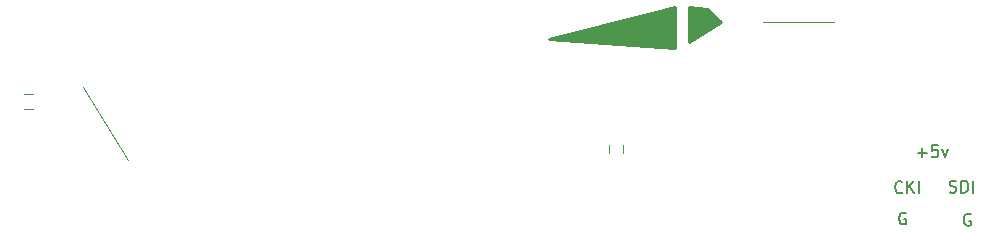
<source format=gbr>
G04 #@! TF.GenerationSoftware,KiCad,Pcbnew,(5.1.5)-3*
G04 #@! TF.CreationDate,2021-01-22T23:29:58-05:00*
G04 #@! TF.ProjectId,Body,426f6479-2e6b-4696-9361-645f70636258,rev?*
G04 #@! TF.SameCoordinates,Original*
G04 #@! TF.FileFunction,Legend,Top*
G04 #@! TF.FilePolarity,Positive*
%FSLAX46Y46*%
G04 Gerber Fmt 4.6, Leading zero omitted, Abs format (unit mm)*
G04 Created by KiCad (PCBNEW (5.1.5)-3) date 2021-01-22 23:29:58*
%MOMM*%
%LPD*%
G04 APERTURE LIST*
%ADD10C,0.120000*%
%ADD11C,0.150000*%
%ADD12C,0.254000*%
G04 APERTURE END LIST*
D10*
X136400000Y-84600000D02*
X142400000Y-84600000D01*
X78800000Y-90100000D02*
X82600000Y-96300000D01*
D11*
X148171428Y-99007142D02*
X148123809Y-99054761D01*
X147980952Y-99102380D01*
X147885714Y-99102380D01*
X147742857Y-99054761D01*
X147647619Y-98959523D01*
X147600000Y-98864285D01*
X147552380Y-98673809D01*
X147552380Y-98530952D01*
X147600000Y-98340476D01*
X147647619Y-98245238D01*
X147742857Y-98150000D01*
X147885714Y-98102380D01*
X147980952Y-98102380D01*
X148123809Y-98150000D01*
X148171428Y-98197619D01*
X148600000Y-99102380D02*
X148600000Y-98102380D01*
X149171428Y-99102380D02*
X148742857Y-98530952D01*
X149171428Y-98102380D02*
X148600000Y-98673809D01*
X149600000Y-99102380D02*
X149600000Y-98102380D01*
X152176190Y-99004761D02*
X152319047Y-99052380D01*
X152557142Y-99052380D01*
X152652380Y-99004761D01*
X152700000Y-98957142D01*
X152747619Y-98861904D01*
X152747619Y-98766666D01*
X152700000Y-98671428D01*
X152652380Y-98623809D01*
X152557142Y-98576190D01*
X152366666Y-98528571D01*
X152271428Y-98480952D01*
X152223809Y-98433333D01*
X152176190Y-98338095D01*
X152176190Y-98242857D01*
X152223809Y-98147619D01*
X152271428Y-98100000D01*
X152366666Y-98052380D01*
X152604761Y-98052380D01*
X152747619Y-98100000D01*
X153176190Y-99052380D02*
X153176190Y-98052380D01*
X153414285Y-98052380D01*
X153557142Y-98100000D01*
X153652380Y-98195238D01*
X153700000Y-98290476D01*
X153747619Y-98480952D01*
X153747619Y-98623809D01*
X153700000Y-98814285D01*
X153652380Y-98909523D01*
X153557142Y-99004761D01*
X153414285Y-99052380D01*
X153176190Y-99052380D01*
X154176190Y-99052380D02*
X154176190Y-98052380D01*
X149461904Y-95671428D02*
X150223809Y-95671428D01*
X149842857Y-96052380D02*
X149842857Y-95290476D01*
X151176190Y-95052380D02*
X150700000Y-95052380D01*
X150652380Y-95528571D01*
X150700000Y-95480952D01*
X150795238Y-95433333D01*
X151033333Y-95433333D01*
X151128571Y-95480952D01*
X151176190Y-95528571D01*
X151223809Y-95623809D01*
X151223809Y-95861904D01*
X151176190Y-95957142D01*
X151128571Y-96004761D01*
X151033333Y-96052380D01*
X150795238Y-96052380D01*
X150700000Y-96004761D01*
X150652380Y-95957142D01*
X151557142Y-95385714D02*
X151795238Y-96052380D01*
X152033333Y-95385714D01*
X148461904Y-100800000D02*
X148366666Y-100752380D01*
X148223809Y-100752380D01*
X148080952Y-100800000D01*
X147985714Y-100895238D01*
X147938095Y-100990476D01*
X147890476Y-101180952D01*
X147890476Y-101323809D01*
X147938095Y-101514285D01*
X147985714Y-101609523D01*
X148080952Y-101704761D01*
X148223809Y-101752380D01*
X148319047Y-101752380D01*
X148461904Y-101704761D01*
X148509523Y-101657142D01*
X148509523Y-101323809D01*
X148319047Y-101323809D01*
X153961904Y-100900000D02*
X153866666Y-100852380D01*
X153723809Y-100852380D01*
X153580952Y-100900000D01*
X153485714Y-100995238D01*
X153438095Y-101090476D01*
X153390476Y-101280952D01*
X153390476Y-101423809D01*
X153438095Y-101614285D01*
X153485714Y-101709523D01*
X153580952Y-101804761D01*
X153723809Y-101852380D01*
X153819047Y-101852380D01*
X153961904Y-101804761D01*
X154009523Y-101757142D01*
X154009523Y-101423809D01*
X153819047Y-101423809D01*
D10*
X123350000Y-95700000D02*
X123350000Y-95000000D01*
X124550000Y-95000000D02*
X124550000Y-95700000D01*
X74550000Y-91950000D02*
X73850000Y-91950000D01*
X73850000Y-90750000D02*
X74550000Y-90750000D01*
D12*
G36*
X131652196Y-83545848D02*
G01*
X132829063Y-84625381D01*
X130144531Y-86314325D01*
X130144531Y-83376347D01*
X131652196Y-83545848D01*
G37*
X131652196Y-83545848D02*
X132829063Y-84625381D01*
X130144531Y-86314325D01*
X130144531Y-83376347D01*
X131652196Y-83545848D01*
G36*
X128968568Y-86853481D02*
G01*
X118290393Y-86024287D01*
X128968568Y-83338592D01*
X128968568Y-86853481D01*
G37*
X128968568Y-86853481D02*
X118290393Y-86024287D01*
X128968568Y-83338592D01*
X128968568Y-86853481D01*
M02*

</source>
